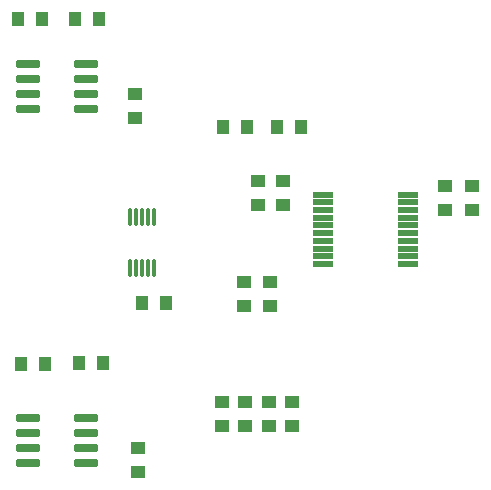
<source format=gtp>
G04*
G04 #@! TF.GenerationSoftware,Altium Limited,Altium Designer,25.5.2 (35)*
G04*
G04 Layer_Color=8421504*
%FSLAX44Y44*%
%MOMM*%
G71*
G04*
G04 #@! TF.SameCoordinates,747CCF99-A89D-410B-911D-7770042ED889*
G04*
G04*
G04 #@! TF.FilePolarity,Positive*
G04*
G01*
G75*
G04:AMPARAMS|DCode=19|XSize=1.47mm|YSize=0.28mm|CornerRadius=0.035mm|HoleSize=0mm|Usage=FLASHONLY|Rotation=270.000|XOffset=0mm|YOffset=0mm|HoleType=Round|Shape=RoundedRectangle|*
%AMROUNDEDRECTD19*
21,1,1.4700,0.2100,0,0,270.0*
21,1,1.4000,0.2800,0,0,270.0*
1,1,0.0700,-0.1050,-0.7000*
1,1,0.0700,-0.1050,0.7000*
1,1,0.0700,0.1050,0.7000*
1,1,0.0700,0.1050,-0.7000*
%
%ADD19ROUNDEDRECTD19*%
G04:AMPARAMS|DCode=20|XSize=1.97mm|YSize=0.6mm|CornerRadius=0.075mm|HoleSize=0mm|Usage=FLASHONLY|Rotation=0.000|XOffset=0mm|YOffset=0mm|HoleType=Round|Shape=RoundedRectangle|*
%AMROUNDEDRECTD20*
21,1,1.9700,0.4500,0,0,0.0*
21,1,1.8200,0.6000,0,0,0.0*
1,1,0.1500,0.9100,-0.2250*
1,1,0.1500,-0.9100,-0.2250*
1,1,0.1500,-0.9100,0.2250*
1,1,0.1500,0.9100,0.2250*
%
%ADD20ROUNDEDRECTD20*%
%ADD21R,1.2700X1.0160*%
%ADD22R,1.0160X1.2700*%
%ADD23R,1.7020X0.4752*%
D19*
X542130Y461100D02*
D03*
X537130D02*
D03*
X532130D02*
D03*
X527130D02*
D03*
X522130D02*
D03*
Y504100D02*
D03*
X527130D02*
D03*
X532130D02*
D03*
X537130D02*
D03*
X542130D02*
D03*
D20*
X435040Y608330D02*
D03*
Y595630D02*
D03*
Y621030D02*
D03*
Y633730D02*
D03*
X484440D02*
D03*
Y595630D02*
D03*
Y621030D02*
D03*
Y608330D02*
D03*
Y308610D02*
D03*
Y321310D02*
D03*
Y295910D02*
D03*
Y334010D02*
D03*
X435040D02*
D03*
Y321310D02*
D03*
Y295910D02*
D03*
Y308610D02*
D03*
D21*
X618490Y429260D02*
D03*
Y449580D02*
D03*
X640080Y429260D02*
D03*
Y449580D02*
D03*
X629920Y534670D02*
D03*
Y514350D02*
D03*
X651510Y534670D02*
D03*
Y514350D02*
D03*
X528320Y308610D02*
D03*
Y288290D02*
D03*
X525780Y608330D02*
D03*
Y588010D02*
D03*
X811530Y530860D02*
D03*
Y510540D02*
D03*
X788670Y530860D02*
D03*
Y510540D02*
D03*
X599440Y327660D02*
D03*
Y347980D02*
D03*
X619337Y327660D02*
D03*
Y347980D02*
D03*
X639233Y327660D02*
D03*
Y347980D02*
D03*
X659130Y327660D02*
D03*
Y347980D02*
D03*
D22*
X666750Y580390D02*
D03*
X646430D02*
D03*
X600710D02*
D03*
X621030D02*
D03*
X552450Y431800D02*
D03*
X532130D02*
D03*
X478790Y381000D02*
D03*
X499110D02*
D03*
X429260Y379730D02*
D03*
X449580D02*
D03*
X495300Y671830D02*
D03*
X474980D02*
D03*
X447040D02*
D03*
X426720D02*
D03*
D23*
X685331Y464780D02*
D03*
Y471280D02*
D03*
Y477780D02*
D03*
Y484280D02*
D03*
Y490780D02*
D03*
Y497280D02*
D03*
Y503780D02*
D03*
Y510280D02*
D03*
Y516780D02*
D03*
Y523280D02*
D03*
X757389D02*
D03*
Y516780D02*
D03*
Y510280D02*
D03*
Y503780D02*
D03*
Y497280D02*
D03*
Y490780D02*
D03*
Y484280D02*
D03*
Y477780D02*
D03*
Y471280D02*
D03*
Y464780D02*
D03*
M02*

</source>
